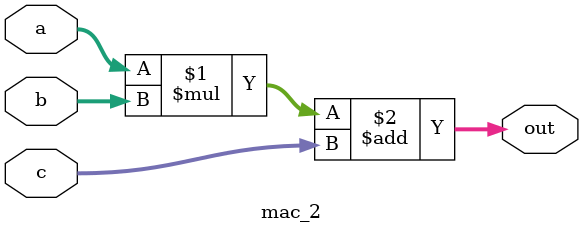
<source format=v>

module mac_2(a, b, c, out);
parameter DATA_WIDTH = 2;  /* declare a parameter. default required */
input [DATA_WIDTH - 1 : 0] a, b, c;
output [DATA_WIDTH + 1 : 0] out;

assign out = a * b + c;

endmodule










</source>
